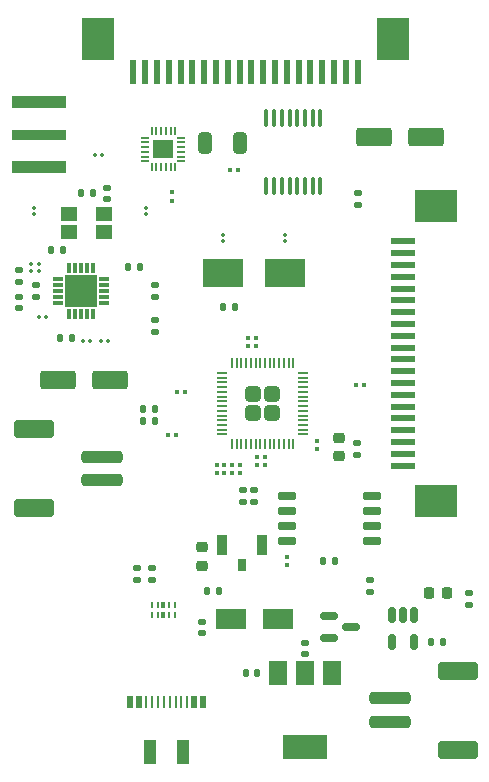
<source format=gbr>
%TF.GenerationSoftware,KiCad,Pcbnew,(6.0.7)*%
%TF.CreationDate,2023-01-15T17:43:20+08:00*%
%TF.ProjectId,Rp2040 wearable dev boards w wireless,52703230-3430-4207-9765-617261626c65,rev?*%
%TF.SameCoordinates,Original*%
%TF.FileFunction,Paste,Top*%
%TF.FilePolarity,Positive*%
%FSLAX46Y46*%
G04 Gerber Fmt 4.6, Leading zero omitted, Abs format (unit mm)*
G04 Created by KiCad (PCBNEW (6.0.7)) date 2023-01-15 17:43:20*
%MOMM*%
%LPD*%
G01*
G04 APERTURE LIST*
G04 Aperture macros list*
%AMRoundRect*
0 Rectangle with rounded corners*
0 $1 Rounding radius*
0 $2 $3 $4 $5 $6 $7 $8 $9 X,Y pos of 4 corners*
0 Add a 4 corners polygon primitive as box body*
4,1,4,$2,$3,$4,$5,$6,$7,$8,$9,$2,$3,0*
0 Add four circle primitives for the rounded corners*
1,1,$1+$1,$2,$3*
1,1,$1+$1,$4,$5*
1,1,$1+$1,$6,$7*
1,1,$1+$1,$8,$9*
0 Add four rect primitives between the rounded corners*
20,1,$1+$1,$2,$3,$4,$5,0*
20,1,$1+$1,$4,$5,$6,$7,0*
20,1,$1+$1,$6,$7,$8,$9,0*
20,1,$1+$1,$8,$9,$2,$3,0*%
G04 Aperture macros list end*
%ADD10RoundRect,0.135000X-0.135000X-0.185000X0.135000X-0.185000X0.135000X0.185000X-0.135000X0.185000X0*%
%ADD11RoundRect,0.067500X0.067500X-0.067500X0.067500X0.067500X-0.067500X0.067500X-0.067500X-0.067500X0*%
%ADD12RoundRect,0.135000X0.185000X-0.135000X0.185000X0.135000X-0.185000X0.135000X-0.185000X-0.135000X0*%
%ADD13R,0.520000X1.000000*%
%ADD14R,0.270000X1.000000*%
%ADD15R,1.000000X2.000000*%
%ADD16RoundRect,0.067500X-0.067500X-0.067500X0.067500X-0.067500X0.067500X0.067500X-0.067500X0.067500X0*%
%ADD17RoundRect,0.135000X0.135000X0.185000X-0.135000X0.185000X-0.135000X-0.185000X0.135000X-0.185000X0*%
%ADD18RoundRect,0.079500X-0.100500X0.079500X-0.100500X-0.079500X0.100500X-0.079500X0.100500X0.079500X0*%
%ADD19RoundRect,0.079500X0.079500X0.100500X-0.079500X0.100500X-0.079500X-0.100500X0.079500X-0.100500X0*%
%ADD20R,3.500000X2.400000*%
%ADD21RoundRect,0.140000X0.170000X-0.140000X0.170000X0.140000X-0.170000X0.140000X-0.170000X-0.140000X0*%
%ADD22RoundRect,0.100000X-0.100000X0.637500X-0.100000X-0.637500X0.100000X-0.637500X0.100000X0.637500X0*%
%ADD23RoundRect,0.218750X0.256250X-0.218750X0.256250X0.218750X-0.256250X0.218750X-0.256250X-0.218750X0*%
%ADD24RoundRect,0.250000X-1.500000X0.250000X-1.500000X-0.250000X1.500000X-0.250000X1.500000X0.250000X0*%
%ADD25RoundRect,0.250001X-1.449999X0.499999X-1.449999X-0.499999X1.449999X-0.499999X1.449999X0.499999X0*%
%ADD26RoundRect,0.250000X1.250000X0.550000X-1.250000X0.550000X-1.250000X-0.550000X1.250000X-0.550000X0*%
%ADD27RoundRect,0.140000X0.140000X0.170000X-0.140000X0.170000X-0.140000X-0.170000X0.140000X-0.170000X0*%
%ADD28R,0.660400X0.203200*%
%ADD29R,0.203200X0.660400*%
%ADD30R,1.752600X1.600200*%
%ADD31RoundRect,0.135000X-0.185000X0.135000X-0.185000X-0.135000X0.185000X-0.135000X0.185000X0.135000X0*%
%ADD32R,0.850000X0.300000*%
%ADD33R,0.300000X0.850000*%
%ADD34R,2.700000X2.700000*%
%ADD35RoundRect,0.218750X0.218750X0.256250X-0.218750X0.256250X-0.218750X-0.256250X0.218750X-0.256250X0*%
%ADD36RoundRect,0.150000X0.650000X0.150000X-0.650000X0.150000X-0.650000X-0.150000X0.650000X-0.150000X0*%
%ADD37RoundRect,0.250000X-0.325000X-0.650000X0.325000X-0.650000X0.325000X0.650000X-0.325000X0.650000X0*%
%ADD38R,2.500000X1.800000*%
%ADD39RoundRect,0.150000X-0.150000X0.512500X-0.150000X-0.512500X0.150000X-0.512500X0.150000X0.512500X0*%
%ADD40RoundRect,0.079500X0.100500X-0.079500X0.100500X0.079500X-0.100500X0.079500X-0.100500X-0.079500X0*%
%ADD41RoundRect,0.147500X-0.172500X0.147500X-0.172500X-0.147500X0.172500X-0.147500X0.172500X0.147500X0*%
%ADD42RoundRect,0.067500X-0.067500X0.067500X-0.067500X-0.067500X0.067500X-0.067500X0.067500X0.067500X0*%
%ADD43RoundRect,0.249999X0.395001X0.395001X-0.395001X0.395001X-0.395001X-0.395001X0.395001X-0.395001X0*%
%ADD44RoundRect,0.050000X0.387500X0.050000X-0.387500X0.050000X-0.387500X-0.050000X0.387500X-0.050000X0*%
%ADD45RoundRect,0.050000X0.050000X0.387500X-0.050000X0.387500X-0.050000X-0.387500X0.050000X-0.387500X0*%
%ADD46R,4.560000X0.850000*%
%ADD47R,4.560000X1.000000*%
%ADD48RoundRect,0.250000X-1.250000X-0.550000X1.250000X-0.550000X1.250000X0.550000X-1.250000X0.550000X0*%
%ADD49R,0.900000X1.700000*%
%ADD50R,0.800000X1.100000*%
%ADD51RoundRect,0.150000X-0.587500X-0.150000X0.587500X-0.150000X0.587500X0.150000X-0.587500X0.150000X0*%
%ADD52RoundRect,0.067500X0.067500X0.067500X-0.067500X0.067500X-0.067500X-0.067500X0.067500X-0.067500X0*%
%ADD53R,0.610000X2.000000*%
%ADD54R,2.680000X3.600000*%
%ADD55R,1.400000X1.150000*%
%ADD56RoundRect,0.079500X-0.079500X-0.100500X0.079500X-0.100500X0.079500X0.100500X-0.079500X0.100500X0*%
%ADD57R,2.000000X0.610000*%
%ADD58R,3.600000X2.680000*%
%ADD59RoundRect,0.250000X1.500000X-0.250000X1.500000X0.250000X-1.500000X0.250000X-1.500000X-0.250000X0*%
%ADD60RoundRect,0.250001X1.449999X-0.499999X1.449999X0.499999X-1.449999X0.499999X-1.449999X-0.499999X0*%
%ADD61R,1.500000X2.000000*%
%ADD62R,3.800000X2.000000*%
%ADD63R,0.200000X0.565000*%
%ADD64R,0.400000X0.565000*%
%ADD65RoundRect,0.147500X0.172500X-0.147500X0.172500X0.147500X-0.172500X0.147500X-0.172500X-0.147500X0*%
G04 APERTURE END LIST*
D10*
%TO.C,R2*%
X71640000Y-89250000D03*
X72660000Y-89250000D03*
%TD*%
D11*
%TO.C,C30*%
X38500000Y-57225000D03*
X38500000Y-57775000D03*
%TD*%
D12*
%TO.C,R16*%
X48250000Y-60010000D03*
X48250000Y-58990000D03*
%TD*%
D13*
%TO.C,J2*%
X46176000Y-94300000D03*
X46926000Y-94300000D03*
D14*
X47526000Y-94300000D03*
X48026000Y-94300000D03*
X48526000Y-94300000D03*
X49026000Y-94300000D03*
X49526000Y-94300000D03*
X50026000Y-94300000D03*
X50526000Y-94300000D03*
X51026000Y-94300000D03*
D13*
X51626000Y-94300000D03*
X52376000Y-94300000D03*
D15*
X47876000Y-98500000D03*
X50676000Y-98500000D03*
%TD*%
D16*
%TO.C,C32*%
X43225000Y-48000000D03*
X43775000Y-48000000D03*
%TD*%
D17*
%TO.C,R19*%
X47010000Y-57500000D03*
X45990000Y-57500000D03*
%TD*%
D18*
%TO.C,C10*%
X53500000Y-74255000D03*
X53500000Y-74945000D03*
%TD*%
D19*
%TO.C,C14*%
X50845000Y-68050000D03*
X50155000Y-68050000D03*
%TD*%
D20*
%TO.C,Y1*%
X54050000Y-58000000D03*
X59250000Y-58000000D03*
%TD*%
D21*
%TO.C,C8*%
X52250000Y-88480000D03*
X52250000Y-87520000D03*
%TD*%
D22*
%TO.C,U6*%
X62275000Y-44887500D03*
X61625000Y-44887500D03*
X60975000Y-44887500D03*
X60325000Y-44887500D03*
X59675000Y-44887500D03*
X59025000Y-44887500D03*
X58375000Y-44887500D03*
X57725000Y-44887500D03*
X57725000Y-50612500D03*
X58375000Y-50612500D03*
X59025000Y-50612500D03*
X59675000Y-50612500D03*
X60325000Y-50612500D03*
X60975000Y-50612500D03*
X61625000Y-50612500D03*
X62275000Y-50612500D03*
%TD*%
D11*
%TO.C,C31*%
X38000000Y-53025000D03*
X38000000Y-52475000D03*
%TD*%
D23*
%TO.C,D3*%
X52300000Y-82787500D03*
X52300000Y-81212500D03*
%TD*%
D10*
%TO.C,R1*%
X62540000Y-82350000D03*
X63560000Y-82350000D03*
%TD*%
D12*
%TO.C,R9*%
X46750000Y-84010000D03*
X46750000Y-82990000D03*
%TD*%
D24*
%TO.C,SW2*%
X43800000Y-73550000D03*
X43800000Y-75550000D03*
D25*
X38050000Y-77900000D03*
X38050000Y-71200000D03*
%TD*%
D26*
%TO.C,C19*%
X44450000Y-67000000D03*
X40050000Y-67000000D03*
%TD*%
D19*
%TO.C,C16*%
X49405000Y-71700000D03*
X50095000Y-71700000D03*
%TD*%
D27*
%TO.C,C24*%
X40480000Y-56000000D03*
X39520000Y-56000000D03*
%TD*%
D10*
%TO.C,R4*%
X54040000Y-60900000D03*
X55060000Y-60900000D03*
%TD*%
D17*
%TO.C,R14*%
X41260000Y-63500000D03*
X40240000Y-63500000D03*
%TD*%
D28*
%TO.C,U7*%
X47475999Y-46523999D03*
X47475999Y-46924001D03*
X47475999Y-47324000D03*
X47475999Y-47724000D03*
X47475999Y-48123999D03*
X47475999Y-48524001D03*
D29*
X47999998Y-49048000D03*
X48400000Y-49048000D03*
X48799999Y-49048000D03*
X49199999Y-49048000D03*
X49599998Y-49048000D03*
X50000000Y-49048000D03*
D28*
X50523999Y-48524001D03*
X50523999Y-48123999D03*
X50523999Y-47724000D03*
X50523999Y-47324000D03*
X50523999Y-46924001D03*
X50523999Y-46523999D03*
D29*
X50000000Y-46000000D03*
X49599998Y-46000000D03*
X49199999Y-46000000D03*
X48799999Y-46000000D03*
X48400000Y-46000000D03*
X47999998Y-46000000D03*
D30*
X48999999Y-47524000D03*
%TD*%
D31*
%TO.C,R17*%
X48250000Y-61990000D03*
X48250000Y-63010000D03*
%TD*%
D32*
%TO.C,IC1*%
X43950000Y-60500000D03*
X43950000Y-60000000D03*
X43950000Y-59500000D03*
X43950000Y-59000000D03*
X43950000Y-58500000D03*
D33*
X43000000Y-57550000D03*
X42500000Y-57550000D03*
X42000000Y-57550000D03*
X41500000Y-57550000D03*
X41000000Y-57550000D03*
D32*
X40050000Y-58500000D03*
X40050000Y-59000000D03*
X40050000Y-59500000D03*
X40050000Y-60000000D03*
X40050000Y-60500000D03*
D33*
X41000000Y-61450000D03*
X41500000Y-61450000D03*
X42000000Y-61450000D03*
X42500000Y-61450000D03*
X43000000Y-61450000D03*
D34*
X42000000Y-59500000D03*
%TD*%
D12*
%TO.C,R18*%
X66500000Y-85010000D03*
X66500000Y-83990000D03*
%TD*%
D35*
%TO.C,D1*%
X73037500Y-85100000D03*
X71462500Y-85100000D03*
%TD*%
D10*
%TO.C,R13*%
X41990000Y-51250000D03*
X43010000Y-51250000D03*
%TD*%
D11*
%TO.C,C29*%
X37750000Y-57225000D03*
X37750000Y-57775000D03*
%TD*%
D36*
%TO.C,U2*%
X66650000Y-80655000D03*
X66650000Y-79385000D03*
X66650000Y-78115000D03*
X66650000Y-76845000D03*
X59450000Y-76845000D03*
X59450000Y-78115000D03*
X59450000Y-79385000D03*
X59450000Y-80655000D03*
%TD*%
D18*
%TO.C,C18*%
X62000000Y-72205000D03*
X62000000Y-72895000D03*
%TD*%
D37*
%TO.C,C21*%
X52525000Y-47000000D03*
X55475000Y-47000000D03*
%TD*%
D19*
%TO.C,C12*%
X55345000Y-49250000D03*
X54655000Y-49250000D03*
%TD*%
D38*
%TO.C,D2*%
X58700000Y-87300000D03*
X54700000Y-87300000D03*
%TD*%
D11*
%TO.C,C1*%
X59250000Y-55275000D03*
X59250000Y-54725000D03*
%TD*%
D18*
%TO.C,C13*%
X56950000Y-73555000D03*
X56950000Y-74245000D03*
%TD*%
D39*
%TO.C,U1*%
X70250000Y-86962500D03*
X69300000Y-86962500D03*
X68350000Y-86962500D03*
X68350000Y-89237500D03*
X70250000Y-89237500D03*
%TD*%
D12*
%TO.C,R8*%
X48000000Y-84010000D03*
X48000000Y-82990000D03*
%TD*%
D40*
%TO.C,C17*%
X56850000Y-64195000D03*
X56850000Y-63505000D03*
%TD*%
D17*
%TO.C,R5*%
X53710000Y-84900000D03*
X52690000Y-84900000D03*
%TD*%
D21*
%TO.C,C25*%
X44250000Y-51730000D03*
X44250000Y-50770000D03*
%TD*%
D41*
%TO.C,L3*%
X36750000Y-60015000D03*
X36750000Y-60985000D03*
%TD*%
%TO.C,L1*%
X38250000Y-59015000D03*
X38250000Y-59985000D03*
%TD*%
D16*
%TO.C,C27*%
X42225000Y-63750000D03*
X42775000Y-63750000D03*
%TD*%
D18*
%TO.C,C3*%
X59500000Y-82695000D03*
X59500000Y-82005000D03*
%TD*%
D42*
%TO.C,C22*%
X47500000Y-52475000D03*
X47500000Y-53025000D03*
%TD*%
D43*
%TO.C,U5*%
X58200000Y-69850000D03*
X56600000Y-69850000D03*
X58200000Y-68250000D03*
X56600000Y-68250000D03*
D44*
X60837500Y-71650000D03*
X60837500Y-71250000D03*
X60837500Y-70850000D03*
X60837500Y-70450000D03*
X60837500Y-70050000D03*
X60837500Y-69650000D03*
X60837500Y-69250000D03*
X60837500Y-68850000D03*
X60837500Y-68450000D03*
X60837500Y-68050000D03*
X60837500Y-67650000D03*
X60837500Y-67250000D03*
X60837500Y-66850000D03*
X60837500Y-66450000D03*
D45*
X60000000Y-65612500D03*
X59600000Y-65612500D03*
X59200000Y-65612500D03*
X58800000Y-65612500D03*
X58400000Y-65612500D03*
X58000000Y-65612500D03*
X57600000Y-65612500D03*
X57200000Y-65612500D03*
X56800000Y-65612500D03*
X56400000Y-65612500D03*
X56000000Y-65612500D03*
X55600000Y-65612500D03*
X55200000Y-65612500D03*
X54800000Y-65612500D03*
D44*
X53962500Y-66450000D03*
X53962500Y-66850000D03*
X53962500Y-67250000D03*
X53962500Y-67650000D03*
X53962500Y-68050000D03*
X53962500Y-68450000D03*
X53962500Y-68850000D03*
X53962500Y-69250000D03*
X53962500Y-69650000D03*
X53962500Y-70050000D03*
X53962500Y-70450000D03*
X53962500Y-70850000D03*
X53962500Y-71250000D03*
X53962500Y-71650000D03*
D45*
X54800000Y-72487500D03*
X55200000Y-72487500D03*
X55600000Y-72487500D03*
X56000000Y-72487500D03*
X56400000Y-72487500D03*
X56800000Y-72487500D03*
X57200000Y-72487500D03*
X57600000Y-72487500D03*
X58000000Y-72487500D03*
X58400000Y-72487500D03*
X58800000Y-72487500D03*
X59200000Y-72487500D03*
X59600000Y-72487500D03*
X60000000Y-72487500D03*
%TD*%
D10*
%TO.C,R11*%
X47240000Y-70500000D03*
X48260000Y-70500000D03*
%TD*%
D46*
%TO.C,J6*%
X38428500Y-46260750D03*
D47*
X38428500Y-43490750D03*
X38428500Y-49030750D03*
%TD*%
D27*
%TO.C,C5*%
X56930000Y-91850000D03*
X55970000Y-91850000D03*
%TD*%
D48*
%TO.C,C11*%
X66800000Y-46500000D03*
X71200000Y-46500000D03*
%TD*%
D16*
%TO.C,C28*%
X44275000Y-63750000D03*
X43725000Y-63750000D03*
%TD*%
D18*
%TO.C,C4*%
X55450000Y-74255000D03*
X55450000Y-74945000D03*
%TD*%
%TO.C,C20*%
X54800000Y-74945000D03*
X54800000Y-74255000D03*
%TD*%
D21*
%TO.C,C9*%
X61000000Y-90255000D03*
X61000000Y-89295000D03*
%TD*%
D23*
%TO.C,D4*%
X63900000Y-73487500D03*
X63900000Y-71912500D03*
%TD*%
D49*
%TO.C,SW1*%
X53950000Y-81050000D03*
X57350000Y-81050000D03*
D50*
X55650000Y-82690000D03*
%TD*%
D12*
%TO.C,R6*%
X56700000Y-77410000D03*
X56700000Y-76390000D03*
%TD*%
D51*
%TO.C,Q1*%
X63012500Y-87000000D03*
X63012500Y-88900000D03*
X64887500Y-87950000D03*
%TD*%
D31*
%TO.C,R3*%
X74900000Y-85090000D03*
X74900000Y-86110000D03*
%TD*%
D52*
%TO.C,C26*%
X38475000Y-61750000D03*
X39025000Y-61750000D03*
%TD*%
D53*
%TO.C,J4*%
X65450000Y-41000000D03*
X64450000Y-41000000D03*
X63450000Y-41000000D03*
X62450000Y-41000000D03*
X61450000Y-41000000D03*
X60450000Y-41000000D03*
X59450000Y-41000000D03*
X58450000Y-41000000D03*
X57450000Y-41000000D03*
X56450000Y-41000000D03*
X55450000Y-41000000D03*
X54450000Y-41000000D03*
X53450000Y-41000000D03*
X52450000Y-41000000D03*
X51450000Y-41000000D03*
X50450000Y-41000000D03*
X49450000Y-41000000D03*
X48450000Y-41000000D03*
X47450000Y-41000000D03*
X46450000Y-41000000D03*
D54*
X43460000Y-38200000D03*
X68440000Y-38200000D03*
%TD*%
D18*
%TO.C,C7*%
X57600000Y-74245000D03*
X57600000Y-73555000D03*
%TD*%
D40*
%TO.C,C6*%
X56200000Y-63505000D03*
X56200000Y-64195000D03*
%TD*%
D55*
%TO.C,Y2*%
X41000000Y-54550000D03*
X44000000Y-54550000D03*
X44000000Y-52950000D03*
X41000000Y-52950000D03*
%TD*%
D18*
%TO.C,C23*%
X49750000Y-51845000D03*
X49750000Y-51155000D03*
%TD*%
D11*
%TO.C,C2*%
X54050000Y-54725000D03*
X54050000Y-55275000D03*
%TD*%
D18*
%TO.C,C15*%
X54150000Y-74255000D03*
X54150000Y-74945000D03*
%TD*%
D56*
%TO.C,C33*%
X65317750Y-67487250D03*
X66007750Y-67487250D03*
%TD*%
D57*
%TO.C,J3*%
X69250000Y-74300000D03*
X69250000Y-73300000D03*
X69250000Y-72300000D03*
X69250000Y-71300000D03*
X69250000Y-70300000D03*
X69250000Y-69300000D03*
X69250000Y-68300000D03*
X69250000Y-67300000D03*
X69250000Y-66300000D03*
X69250000Y-65300000D03*
X69250000Y-64300000D03*
X69250000Y-63300000D03*
X69250000Y-62300000D03*
X69250000Y-61300000D03*
X69250000Y-60300000D03*
X69250000Y-59300000D03*
X69250000Y-58300000D03*
X69250000Y-57300000D03*
X69250000Y-56300000D03*
X69250000Y-55300000D03*
D58*
X72050000Y-52310000D03*
X72050000Y-77290000D03*
%TD*%
D59*
%TO.C,J1*%
X68150000Y-96000000D03*
X68150000Y-94000000D03*
D60*
X73900000Y-91650000D03*
X73900000Y-98350000D03*
%TD*%
D12*
%TO.C,R7*%
X55700000Y-77410000D03*
X55700000Y-76390000D03*
%TD*%
D31*
%TO.C,R10*%
X65500000Y-51240000D03*
X65500000Y-52260000D03*
%TD*%
D61*
%TO.C,U4*%
X63300000Y-91850000D03*
X61000000Y-91850000D03*
X58700000Y-91850000D03*
D62*
X61000000Y-98150000D03*
%TD*%
D10*
%TO.C,R12*%
X47240000Y-69500000D03*
X48260000Y-69500000D03*
%TD*%
D63*
%TO.C,U3*%
X48000000Y-86918000D03*
X48500000Y-86918000D03*
D64*
X49000000Y-86918000D03*
D63*
X49500000Y-86918000D03*
X50000000Y-86918000D03*
X50000000Y-86082000D03*
X49500000Y-86082000D03*
D64*
X49000000Y-86082000D03*
D63*
X48500000Y-86082000D03*
X48000000Y-86082000D03*
%TD*%
D12*
%TO.C,R15*%
X65350000Y-73360000D03*
X65350000Y-72340000D03*
%TD*%
D65*
%TO.C,L2*%
X36750000Y-58735000D03*
X36750000Y-57765000D03*
%TD*%
M02*

</source>
